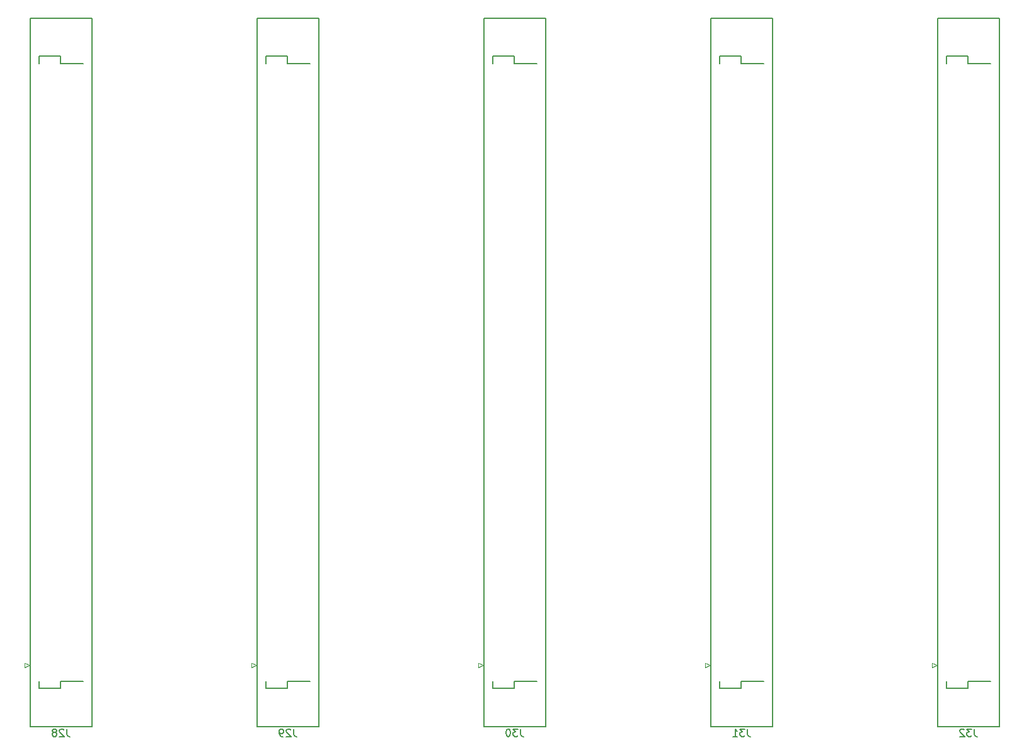
<source format=gbr>
G04 #@! TF.GenerationSoftware,KiCad,Pcbnew,(5.0.0)*
G04 #@! TF.CreationDate,2019-09-22T13:57:07+01:00*
G04 #@! TF.ProjectId,Backplane3,4261636B706C616E65332E6B69636164,rev?*
G04 #@! TF.SameCoordinates,Original*
G04 #@! TF.FileFunction,Legend,Bot*
G04 #@! TF.FilePolarity,Positive*
%FSLAX46Y46*%
G04 Gerber Fmt 4.6, Leading zero omitted, Abs format (unit mm)*
G04 Created by KiCad (PCBNEW (5.0.0)) date 09/22/19 13:57:07*
%MOMM*%
%LPD*%
G01*
G04 APERTURE LIST*
%ADD10C,0.120000*%
%ADD11C,0.150000*%
G04 APERTURE END LIST*
D10*
G04 #@! TO.C,J28*
X31980000Y-134320000D02*
X32580000Y-134620000D01*
X31980000Y-134920000D02*
X31980000Y-134320000D01*
X32580000Y-134620000D02*
X31980000Y-134920000D01*
D11*
X33855000Y-52750000D02*
X33855000Y-53750000D01*
X36805000Y-52750000D02*
X33855000Y-52750000D01*
X36805000Y-53750000D02*
X36805000Y-52750000D01*
X39805000Y-53750000D02*
X36805000Y-53750000D01*
X36805000Y-136750000D02*
X39805000Y-136750000D01*
X36805000Y-137750000D02*
X36805000Y-136750000D01*
X33855000Y-137750000D02*
X36805000Y-137750000D01*
X33855000Y-136750000D02*
X33855000Y-137750000D01*
X40980000Y-142850000D02*
X32680000Y-142850000D01*
X40980000Y-47650000D02*
X40980000Y-142850000D01*
X32680000Y-47650000D02*
X40980000Y-47650000D01*
X32680000Y-142850000D02*
X32680000Y-47650000D01*
D10*
G04 #@! TO.C,J29*
X62460000Y-134320000D02*
X63060000Y-134620000D01*
X62460000Y-134920000D02*
X62460000Y-134320000D01*
X63060000Y-134620000D02*
X62460000Y-134920000D01*
D11*
X64335000Y-52750000D02*
X64335000Y-53750000D01*
X67285000Y-52750000D02*
X64335000Y-52750000D01*
X67285000Y-53750000D02*
X67285000Y-52750000D01*
X70285000Y-53750000D02*
X67285000Y-53750000D01*
X67285000Y-136750000D02*
X70285000Y-136750000D01*
X67285000Y-137750000D02*
X67285000Y-136750000D01*
X64335000Y-137750000D02*
X67285000Y-137750000D01*
X64335000Y-136750000D02*
X64335000Y-137750000D01*
X71460000Y-142850000D02*
X63160000Y-142850000D01*
X71460000Y-47650000D02*
X71460000Y-142850000D01*
X63160000Y-47650000D02*
X71460000Y-47650000D01*
X63160000Y-142850000D02*
X63160000Y-47650000D01*
D10*
G04 #@! TO.C,J30*
X92940000Y-134320000D02*
X93540000Y-134620000D01*
X92940000Y-134920000D02*
X92940000Y-134320000D01*
X93540000Y-134620000D02*
X92940000Y-134920000D01*
D11*
X94815000Y-52750000D02*
X94815000Y-53750000D01*
X97765000Y-52750000D02*
X94815000Y-52750000D01*
X97765000Y-53750000D02*
X97765000Y-52750000D01*
X100765000Y-53750000D02*
X97765000Y-53750000D01*
X97765000Y-136750000D02*
X100765000Y-136750000D01*
X97765000Y-137750000D02*
X97765000Y-136750000D01*
X94815000Y-137750000D02*
X97765000Y-137750000D01*
X94815000Y-136750000D02*
X94815000Y-137750000D01*
X101940000Y-142850000D02*
X93640000Y-142850000D01*
X101940000Y-47650000D02*
X101940000Y-142850000D01*
X93640000Y-47650000D02*
X101940000Y-47650000D01*
X93640000Y-142850000D02*
X93640000Y-47650000D01*
D10*
G04 #@! TO.C,J31*
X123420000Y-134320000D02*
X124020000Y-134620000D01*
X123420000Y-134920000D02*
X123420000Y-134320000D01*
X124020000Y-134620000D02*
X123420000Y-134920000D01*
D11*
X125295000Y-52750000D02*
X125295000Y-53750000D01*
X128245000Y-52750000D02*
X125295000Y-52750000D01*
X128245000Y-53750000D02*
X128245000Y-52750000D01*
X131245000Y-53750000D02*
X128245000Y-53750000D01*
X128245000Y-136750000D02*
X131245000Y-136750000D01*
X128245000Y-137750000D02*
X128245000Y-136750000D01*
X125295000Y-137750000D02*
X128245000Y-137750000D01*
X125295000Y-136750000D02*
X125295000Y-137750000D01*
X132420000Y-142850000D02*
X124120000Y-142850000D01*
X132420000Y-47650000D02*
X132420000Y-142850000D01*
X124120000Y-47650000D02*
X132420000Y-47650000D01*
X124120000Y-142850000D02*
X124120000Y-47650000D01*
D10*
G04 #@! TO.C,J32*
X153900000Y-134320000D02*
X154500000Y-134620000D01*
X153900000Y-134920000D02*
X153900000Y-134320000D01*
X154500000Y-134620000D02*
X153900000Y-134920000D01*
D11*
X155775000Y-52750000D02*
X155775000Y-53750000D01*
X158725000Y-52750000D02*
X155775000Y-52750000D01*
X158725000Y-53750000D02*
X158725000Y-52750000D01*
X161725000Y-53750000D02*
X158725000Y-53750000D01*
X158725000Y-136750000D02*
X161725000Y-136750000D01*
X158725000Y-137750000D02*
X158725000Y-136750000D01*
X155775000Y-137750000D02*
X158725000Y-137750000D01*
X155775000Y-136750000D02*
X155775000Y-137750000D01*
X162900000Y-142850000D02*
X154600000Y-142850000D01*
X162900000Y-47650000D02*
X162900000Y-142850000D01*
X154600000Y-47650000D02*
X162900000Y-47650000D01*
X154600000Y-142850000D02*
X154600000Y-47650000D01*
G04 #@! TO.C,J28*
X37639523Y-143202380D02*
X37639523Y-143916666D01*
X37687142Y-144059523D01*
X37782380Y-144154761D01*
X37925238Y-144202380D01*
X38020476Y-144202380D01*
X37210952Y-143297619D02*
X37163333Y-143250000D01*
X37068095Y-143202380D01*
X36830000Y-143202380D01*
X36734761Y-143250000D01*
X36687142Y-143297619D01*
X36639523Y-143392857D01*
X36639523Y-143488095D01*
X36687142Y-143630952D01*
X37258571Y-144202380D01*
X36639523Y-144202380D01*
X36068095Y-143630952D02*
X36163333Y-143583333D01*
X36210952Y-143535714D01*
X36258571Y-143440476D01*
X36258571Y-143392857D01*
X36210952Y-143297619D01*
X36163333Y-143250000D01*
X36068095Y-143202380D01*
X35877619Y-143202380D01*
X35782380Y-143250000D01*
X35734761Y-143297619D01*
X35687142Y-143392857D01*
X35687142Y-143440476D01*
X35734761Y-143535714D01*
X35782380Y-143583333D01*
X35877619Y-143630952D01*
X36068095Y-143630952D01*
X36163333Y-143678571D01*
X36210952Y-143726190D01*
X36258571Y-143821428D01*
X36258571Y-144011904D01*
X36210952Y-144107142D01*
X36163333Y-144154761D01*
X36068095Y-144202380D01*
X35877619Y-144202380D01*
X35782380Y-144154761D01*
X35734761Y-144107142D01*
X35687142Y-144011904D01*
X35687142Y-143821428D01*
X35734761Y-143726190D01*
X35782380Y-143678571D01*
X35877619Y-143630952D01*
G04 #@! TO.C,J29*
X68119523Y-143202380D02*
X68119523Y-143916666D01*
X68167142Y-144059523D01*
X68262380Y-144154761D01*
X68405238Y-144202380D01*
X68500476Y-144202380D01*
X67690952Y-143297619D02*
X67643333Y-143250000D01*
X67548095Y-143202380D01*
X67310000Y-143202380D01*
X67214761Y-143250000D01*
X67167142Y-143297619D01*
X67119523Y-143392857D01*
X67119523Y-143488095D01*
X67167142Y-143630952D01*
X67738571Y-144202380D01*
X67119523Y-144202380D01*
X66643333Y-144202380D02*
X66452857Y-144202380D01*
X66357619Y-144154761D01*
X66310000Y-144107142D01*
X66214761Y-143964285D01*
X66167142Y-143773809D01*
X66167142Y-143392857D01*
X66214761Y-143297619D01*
X66262380Y-143250000D01*
X66357619Y-143202380D01*
X66548095Y-143202380D01*
X66643333Y-143250000D01*
X66690952Y-143297619D01*
X66738571Y-143392857D01*
X66738571Y-143630952D01*
X66690952Y-143726190D01*
X66643333Y-143773809D01*
X66548095Y-143821428D01*
X66357619Y-143821428D01*
X66262380Y-143773809D01*
X66214761Y-143726190D01*
X66167142Y-143630952D01*
G04 #@! TO.C,J30*
X98599523Y-143202380D02*
X98599523Y-143916666D01*
X98647142Y-144059523D01*
X98742380Y-144154761D01*
X98885238Y-144202380D01*
X98980476Y-144202380D01*
X98218571Y-143202380D02*
X97599523Y-143202380D01*
X97932857Y-143583333D01*
X97790000Y-143583333D01*
X97694761Y-143630952D01*
X97647142Y-143678571D01*
X97599523Y-143773809D01*
X97599523Y-144011904D01*
X97647142Y-144107142D01*
X97694761Y-144154761D01*
X97790000Y-144202380D01*
X98075714Y-144202380D01*
X98170952Y-144154761D01*
X98218571Y-144107142D01*
X96980476Y-143202380D02*
X96885238Y-143202380D01*
X96790000Y-143250000D01*
X96742380Y-143297619D01*
X96694761Y-143392857D01*
X96647142Y-143583333D01*
X96647142Y-143821428D01*
X96694761Y-144011904D01*
X96742380Y-144107142D01*
X96790000Y-144154761D01*
X96885238Y-144202380D01*
X96980476Y-144202380D01*
X97075714Y-144154761D01*
X97123333Y-144107142D01*
X97170952Y-144011904D01*
X97218571Y-143821428D01*
X97218571Y-143583333D01*
X97170952Y-143392857D01*
X97123333Y-143297619D01*
X97075714Y-143250000D01*
X96980476Y-143202380D01*
G04 #@! TO.C,J31*
X129079523Y-143202380D02*
X129079523Y-143916666D01*
X129127142Y-144059523D01*
X129222380Y-144154761D01*
X129365238Y-144202380D01*
X129460476Y-144202380D01*
X128698571Y-143202380D02*
X128079523Y-143202380D01*
X128412857Y-143583333D01*
X128270000Y-143583333D01*
X128174761Y-143630952D01*
X128127142Y-143678571D01*
X128079523Y-143773809D01*
X128079523Y-144011904D01*
X128127142Y-144107142D01*
X128174761Y-144154761D01*
X128270000Y-144202380D01*
X128555714Y-144202380D01*
X128650952Y-144154761D01*
X128698571Y-144107142D01*
X127127142Y-144202380D02*
X127698571Y-144202380D01*
X127412857Y-144202380D02*
X127412857Y-143202380D01*
X127508095Y-143345238D01*
X127603333Y-143440476D01*
X127698571Y-143488095D01*
G04 #@! TO.C,J32*
X159559523Y-143202380D02*
X159559523Y-143916666D01*
X159607142Y-144059523D01*
X159702380Y-144154761D01*
X159845238Y-144202380D01*
X159940476Y-144202380D01*
X159178571Y-143202380D02*
X158559523Y-143202380D01*
X158892857Y-143583333D01*
X158750000Y-143583333D01*
X158654761Y-143630952D01*
X158607142Y-143678571D01*
X158559523Y-143773809D01*
X158559523Y-144011904D01*
X158607142Y-144107142D01*
X158654761Y-144154761D01*
X158750000Y-144202380D01*
X159035714Y-144202380D01*
X159130952Y-144154761D01*
X159178571Y-144107142D01*
X158178571Y-143297619D02*
X158130952Y-143250000D01*
X158035714Y-143202380D01*
X157797619Y-143202380D01*
X157702380Y-143250000D01*
X157654761Y-143297619D01*
X157607142Y-143392857D01*
X157607142Y-143488095D01*
X157654761Y-143630952D01*
X158226190Y-144202380D01*
X157607142Y-144202380D01*
G04 #@! TD*
M02*

</source>
